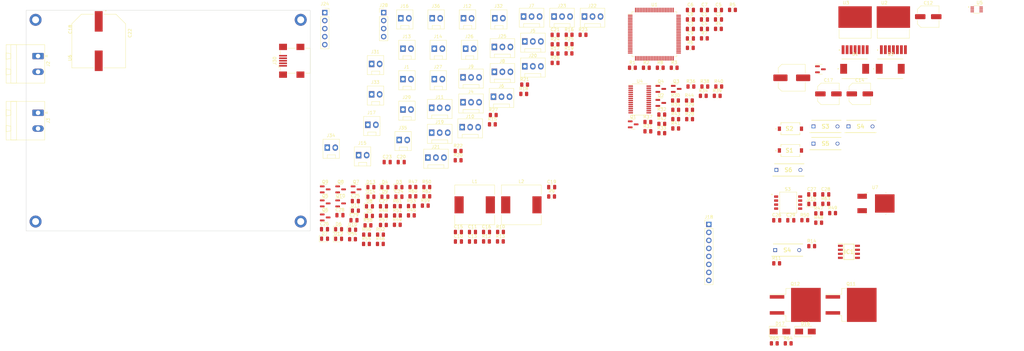
<source format=kicad_pcb>
(kicad_pcb (version 20211014) (generator pcbnew)
  (layers (0 "F.Cu" signal) (31 "B.Cu" signal) (34 "B.Paste" user) (35 "F.Paste" user) (36 "B.SilkS" user "B.Silkscreen") (37 "F.SilkS" user "F.Silkscreen") (38 "B.Mask" user) (39 "F.Mask" user) (44 "Edge.Cuts" user))
  (net 0 "")
  (net 1 "+3V3")
  (net 2 "GND")
  (net 3 "Net-(C9-Pad2)")
  (net 4 "Net-(C10-Pad1)")
  (net 5 "/Puissance/+5V_CB")
  (net 6 "Net-(C11-Pad1)")
  (net 7 "/Puissance/+10V_CB")
  (net 8 "VDD")
  (net 9 "+5V")
  (net 12 "/Servo_PWM/AX12_RX")
  (net 13 "/IHM/BP1")
  (net 14 "/IHM/BP0")
  (net 15 "/IHM/SW1")
  (net 16 "/IHM/SW4")
  (net 17 "/IHM/SW2")
  (net 18 "Net-(D3-Pad1)")
  (net 19 "/IHM/LED0")
  (net 20 "Net-(D4-Pad1)")
  (net 21 "/IHM/LED1")
  (net 22 "Net-(D5-Pad1)")
  (net 23 "Net-(D6-Pad1)")
  (net 24 "/IHM/LED2")
  (net 25 "Net-(D7-Pad1)")
  (net 26 "+15V")
  (net 27 "Net-(D8-Pad1)")
  (net 28 "/IHM/LED3")
  (net 29 "Net-(D9-Pad1)")
  (net 30 "/IHM/LED4")
  (net 31 "Net-(D10-Pad1)")
  (net 32 "Net-(D11-Pad1)")
  (net 33 "/IHM/LED5")
  (net 34 "Net-(D12-Pad1)")
  (net 35 "Net-(D13-Pad1)")
  (net 36 "/IHM/LED6")
  (net 37 "Net-(D14-Pad1)")
  (net 38 "/IHM/LED7")
  (net 39 "/Connecteurs/LED_TOP1")
  (net 40 "Net-(J1-Pad2)")
  (net 41 "/Connecteurs/PWM0")
  (net 42 "/Connecteurs/PWM1")
  (net 43 "/Connecteurs/PWM2")
  (net 44 "/Connecteurs/PWM3")
  (net 45 "/Connecteurs/PWM4")
  (net 46 "/Connecteurs/PWM5")
  (net 47 "/Connecteurs/PWM6")
  (net 48 "/IHM/SW3")
  (net 49 "/Connecteurs/PWM7")
  (net 50 "/Connecteurs/LED_TOP2")
  (net 51 "Net-(J12-Pad2)")
  (net 52 "/Connecteurs/LED_TOP3")
  (net 53 "Net-(J13-Pad2)")
  (net 54 "/Connecteurs/LED_TOP4")
  (net 55 "Net-(J14-Pad2)")
  (net 56 "/Connecteurs/CANL")
  (net 57 "/Connecteurs/CANH")
  (net 58 "/Connecteurs/SICK_1")
  (net 59 "/Connecteurs/SICK_2")
  (net 60 "/Connecteurs/SICK_3")
  (net 61 "/Connecteurs/SICK_4")
  (net 62 "/Connecteurs/START_SW")
  (net 63 "/Connecteurs/MCLR")
  (net 64 "/Connecteurs/PGD")
  (net 65 "/Connecteurs/PGC")
  (net 66 "/IHM/SW0")
  (net 67 "/Connecteurs/AX12_DATA")
  (net 68 "/Connecteurs/SW_TOP1")
  (net 69 "/Connecteurs/SW_TOP2")
  (net 70 "/Connecteurs/UART1_TX")
  (net 71 "/Connecteurs/UART1_RX")
  (net 72 "/Connecteurs/SW_TOP3")
  (net 73 "/Connecteurs/VUSB")
  (net 74 "/Connecteurs/D-")
  (net 75 "/Connecteurs/D+")
  (net 76 "/Connecteurs/ID")
  (net 77 "Net-(J31-Pad1)")
  (net 78 "/Connecteurs/LED_OUT1")
  (net 79 "Net-(J32-Pad1)")
  (net 80 "/Connecteurs/LED_OUT4")
  (net 81 "Net-(J33-Pad1)")
  (net 82 "/Connecteurs/LED_OUT2")
  (net 83 "Net-(J34-Pad1)")
  (net 84 "/Connecteurs/LED_OUT5")
  (net 85 "Net-(J35-Pad1)")
  (net 86 "/Connecteurs/LED_OUT3")
  (net 87 "Net-(J36-Pad1)")
  (net 88 "/Connecteurs/LED_OUT6")
  (net 89 "+10V")
  (net 90 "+5VD")
  (net 91 "Net-(Q1-Pad1)")
  (net 92 "/Servo_PWM/PIC_SICK_1")
  (net 93 "Net-(Q2-Pad1)")
  (net 94 "/Servo_PWM/PIC_SICK_2")
  (net 95 "Net-(Q3-Pad1)")
  (net 96 "/Servo_PWM/PIC_SICK_3")
  (net 97 "Net-(Q4-Pad1)")
  (net 98 "/Servo_PWM/PIC_SICK_4")
  (net 99 "/IHM/CMD_LED_OUT1")
  (net 100 "/IHM/LED_OUT1")
  (net 101 "/IHM/CMD_LED_OUT4")
  (net 102 "/IHM/LED_OUT4")
  (net 103 "/IHM/CMD_LED_OUT2")
  (net 104 "/IHM/LED_OUT2")
  (net 105 "/IHM/CMD_LED_OUT5")
  (net 106 "/IHM/LED_OUT5")
  (net 107 "/IHM/CMD_LED_OUT3")
  (net 108 "/IHM/LED_OUT3")
  (net 109 "/IHM/CMD_LED_OUT6")
  (net 110 "/IHM/LED_OUT6")
  (net 111 "/Intelligence/AX12_RX")
  (net 112 "Net-(R1-Pad2)")
  (net 113 "/Intelligence/AX12_TX")
  (net 114 "Net-(R2-Pad2)")
  (net 115 "/Intelligence/AX12_DIR")
  (net 116 "Net-(R3-Pad2)")
  (net 117 "/Intelligence/START_SW")
  (net 118 "/Intelligence/IN6")
  (net 119 "/Intelligence/IN7")
  (net 120 "Net-(R13-Pad1)")
  (net 121 "Net-(R10-Pad2)")
  (net 122 "/Servo_PWM/SDA")
  (net 123 "/Servo_PWM/SCL")
  (net 124 "/Servo_PWM/SICK_1")
  (net 125 "/Servo_PWM/SICK_2")
  (net 126 "/Servo_PWM/SICK_3")
  (net 127 "/Servo_PWM/AX12_DIR")
  (net 128 "/Servo_PWM/SICK_4")
  (net 129 "/Servo_PWM/AX12_DATA")
  (net 130 "/Servo_PWM/AX12_TX")
  (net 132 "/Intelligence/LED0")
  (net 133 "/Intelligence/LED1")
  (net 134 "/Intelligence/LED2")
  (net 135 "/Intelligence/LED3")
  (net 136 "/Intelligence/LED4")
  (net 137 "/Intelligence/LED5")
  (net 138 "/Intelligence/LED6")
  (net 139 "/Intelligence/LED7")
  (net 140 "/Intelligence/MLCR")
  (net 142 "/Intelligence/BP0")
  (net 143 "/Intelligence/BP1")
  (net 144 "/Intelligence/LED_TOP4")
  (net 145 "/Intelligence/LED_TOP3")
  (net 146 "/Intelligence/LED_TOP2")
  (net 147 "/Intelligence/LED_TOP1")
  (net 148 "/Intelligence/PGC")
  (net 149 "/Intelligence/PGD")
  (net 150 "/Intelligence/SW_TOP1")
  (net 151 "/Intelligence/SW_TOP2")
  (net 152 "/Intelligence/SW_TOP3")
  (net 160 "/Intelligence/PIC_SICK_1")
  (net 161 "/Intelligence/PIC_SICK_2")
  (net 162 "/Intelligence/PIC_SICK_3")
  (net 163 "/Intelligence/PIC_SICK_4")
  (net 164 "/Intelligence/SW1")
  (net 165 "/Intelligence/SW2")
  (net 166 "/Intelligence/SW3")
  (net 167 "Net-(D15-Pad1)")
  (net 168 "/Intelligence/ID")
  (net 169 "/Intelligence/UART1_RX")
  (net 170 "/Intelligence/UART1_TX")
  (net 171 "/Intelligence/VUSB")
  (net 172 "/Intelligence/D+")
  (net 173 "/Intelligence/D-")
  (net 174 "/Intelligence/SCL")
  (net 175 "/Intelligence/SDA")
  (net 189 "/Intelligence/IN0")
  (net 190 "/Intelligence/IN1")
  (net 191 "/Intelligence/IN2")
  (net 192 "/Intelligence/IN3")
  (net 193 "/Intelligence/IN4")
  (net 194 "/Intelligence/IN5")
  (net 196 "/Intelligence/CAN_RXD")
  (net 197 "/Intelligence/CAN_TXD")
  (net 210 "/Servo_PWM/PWM0")
  (net 211 "/Servo_PWM/PWM1")
  (net 212 "/Servo_PWM/PWM2")
  (net 213 "/Servo_PWM/PWM3")
  (net 214 "/Servo_PWM/PWM4")
  (net 215 "/Servo_PWM/PWM5")
  (net 216 "/Servo_PWM/PWM6")
  (net 217 "/Servo_PWM/PWM7")
  (net 218 "/Servo_PWM/CMD_LED_OUT1")
  (net 219 "/Servo_PWM/CMD_LED_OUT2")
  (net 220 "/Servo_PWM/CMD_LED_OUT3")
  (net 221 "/Servo_PWM/CMD_LED_OUT4")
  (net 222 "/Servo_PWM/CMD_LED_OUT5")
  (net 223 "/Servo_PWM/CMD_LED_OUT6")
  (net 226 "/Communication/CAN_TXD")
  (net 227 "/Communication/CAN_RXD")
  (net 228 "/Communication/CANL")
  (net 229 "/Communication/CANH")
  (net 230 "Net-(R11-Pad1)")
  (net 231 "/Intelligence/SW0")
  (net 232 "/Connecteurs/IN0")
  (net 233 "/Connecteurs/IN1")
  (net 234 "/Connecteurs/IN2")
  (net 235 "/Connecteurs/IN3")
  (net 236 "/Connecteurs/IN4")
  (net 237 "/Connecteurs/IN5")
  (net 238 "/Connecteurs/IN6")
  (net 239 "/Connecteurs/IN7")
  (net 240 "Net-(C5-Pad1)")
  (net 241 "Net-(D16-Pad1)")
  (net 242 "Net-(D17-Pad1)")
  (net 243 "/Connecteurs/GND_VDD_RevVolt")
  (net 244 "/Connecteurs/GND_+15V_RevVolt")
  (net 245 "/Puissance/GND_VDD_RevVolt")
  (net 246 "/Puissance/GND_+15V_RevVolt")
  (footprint "Package_TO_SOT_SMD:SOT-23" (layer "F.Cu") (at 199.64 121.25)
    (fp_text reference "Q10")
    (fp_text value "BS170F")
  )
  (footprint "Resistor_SMD:R_0805_2012Metric" (layer "F.Cu") (at 267.58 70.77)
    (fp_text reference "R24")
    (fp_text value "150")
  )
  (footprint "Resistor_SMD:R_0805_2012Metric" (layer "F.Cu") (at 314.88 68.89)
    (fp_text reference "R7")
    (fp_text value "12k")
  )
  (footprint "Resistor_SMD:R_0805_2012Metric" (layer "F.Cu") (at 351.09 124.42)
    (fp_text reference "R47")
    (fp_text value "100k")
  )
  (footprint "Package_QFP:TQFP-100_14x14mm_P0.5mm" (layer "F.Cu") (at 299.05 67.56)
    (fp_text reference "U1")
    (fp_text value "PIC32MX795F512L-80x-PF")
  )
  (footprint "Resistor_SMD:R_0805_2012Metric" (layer "F.Cu") (at 314.54 87.12)
    (fp_text reference "R34")
    (fp_text value "10k")
  )
  (footprint "Resistor_SMD:R_0805_2012Metric" (layer "F.Cu") (at 310.13 88.62)
    (fp_text reference "R44")
    (fp_text value "12k")
  )
  (footprint "Resistor_SMD:R_0805_2012Metric" (layer "F.Cu") (at 341.44 165.65)
    (fp_text reference "R64")
    (fp_text value "R")
  )
  (footprint "Resistor_SMD:R_0805_2012Metric" (layer "F.Cu") (at 217.64 125.08)
    (fp_text reference "R51")
    (fp_text value "680")
  )
  (footprint "Conn_01x02:FanPinHeader_1x02_P2.54mm_Vertical" (layer "F.Cu") (at 219.345 81.76)
    (fp_text reference "J1")
    (fp_text value "Conn_01x02_Male")
  )
  (footprint "Capacitor_SMD:C_Elec_6.3x7.7" (layer "F.Cu") (at 354.17 86.5)
    (fp_text reference "C17")
    (fp_text value "220uF")
  )
  (footprint "Resistor_SMD:R_0805_2012Metric" (layer "F.Cu") (at 310.43 71.9)
    (fp_text reference "R6")
    (fp_text value "12k")
  )
  (footprint "Resistor_SMD:R_0805_2012Metric" (layer "F.Cu") (at 222.53 119)
    (fp_text reference "R60")
    (fp_text value "680")
  )
  (footprint "Resistor_SMD:R_0805_2012Metric" (layer "F.Cu") (at 319.43 84.17)
    (fp_text reference "R40")
    (fp_text value "10k")
  )
  (footprint "MountingHole:MountingHole_2.2mm_M2_ISO14580_Pad" (layer "F.Cu") (at 103 127)
    (fp_text reference "H3" hide)
    (fp_text value "MountingHole_Pad" hide)
  )
  (footprint "LED_SMD:LED_0805_2012Metric" (layer "F.Cu") (at 208.78 122.175)
    (fp_text reference "D8")
    (fp_text value "YELLOW")
  )
  (footprint "Resistor_SMD:R_0805_2012Metric" (layer "F.Cu") (at 266.48 119.06)
    (fp_text reference "R9")
    (fp_text value "1k")
  )
  (footprint "Conn_01x02:FanPinHeader_1x02_P2.54mm_Vertical" (layer "F.Cu") (at 218.665 62.46)
    (fp_text reference "J16")
    (fp_text value "Conn_01x02_Male")
  )
  (footprint "Resistor_SMD:R_0805_2012Metric" (layer "F.Cu") (at 226.94 116.05)
    (fp_text reference "R50")
    (fp_text value "100k")
  )
  (footprint "Resistor_SMD:R_0805_2012Metric" (layer "F.Cu") (at 301.38 93.07)
    (fp_text reference "R32")
    (fp_text value "10k")
  )
  (footprint "Resistor_SMD:R_0805_2012Metric" (layer "F.Cu") (at 248 93.21)
    (fp_text reference "R27")
    (fp_text value "150")
  )
  (footprint "MountingHole:MountingHole_2.2mm_M2_ISO14580_Pad" (layer "F.Cu") (at 103 63)
    (fp_text reference "H1" hide)
    (fp_text value "MountingHole_Pad" hide)
  )
  (footprint "Connector:FanPinHeader_1x03_P2.54mm_Vertical" (layer "F.Cu") (at 257.6 61.96)
    (fp_text reference "J7")
    (fp_text value "Conn_01x03_Male")
  )
  (footprint "Conn_01x02:FanPinHeader_1x02_P2.54mm_Vertical" (layer "F.Cu") (at 195.365 103.5)
    (fp_text reference "J34")
    (fp_text value "Conn_01x02_Male")
  )
  (footprint "LED_SMD:LED_0805_2012Metric" (layer "F.Cu") (at 203.45 129.605)
    (fp_text reference "D10")
    (fp_text value "GREEN")
  )
  (footprint "Conn_01x02:FanPinHeader_1x02_P2.54mm_Vertical" (layer "F.Cu") (at 219.345 91.41)
    (fp_text reference "J29")
    (fp_text value "Conn_01x02_Male")
  )
  (footprint "Inductor_SMD:L_12x12mm_H8mm" (layer "F.Cu") (at 242.12 121.7)
    (fp_text reference "L1")
    (fp_text value "22uH")
  )
  (footprint "Conn_01x02:FanPinHeader_1x02_P2.54mm_Vertical" (layer "F.Cu") (at 218.145 101.06)
    (fp_text reference "J35")
    (fp_text value "Conn_01x02_Male")
  )
  (footprint "Resistor_SMD:R_0805_2012Metric" (layer "F.Cu") (at 272.03 70.71)
    (fp_text reference "R25")
    (fp_text value "150")
  )
  (footprint "Capacitor_SMD:C_0805_2012Metric" (layer "F.Cu") (at 319.35 59.89)
    (fp_text reference "C5")
    (fp_text value "100nF")
  )
  (footprint "LED_SMD:LED_0805_2012Metric" (layer "F.Cu") (at 204.33 123.555)
    (fp_text reference "D11")
    (fp_text value "GREEN")
  )
  (footprint "Connector:FanPinHeader_1x03_P2.54mm_Vertical" (layer "F.Cu") (at 258 77.76)
    (fp_text reference "J20")
    (fp_text value "Conn_01x03_Male")
  )
  (footprint "Connector:FanPinHeader_1x03_P2.54mm_Vertical" (layer "F.Cu") (at 238.42 89.16)
    (fp_text reference "J4")
    (fp_text value "Conn_01x03_Male")
  )
  (footprint "Resistor_SMD:R_0805_2012Metric" (layer "F.Cu") (at 305.31 78.21)
    (fp_text reference "R3")
    (fp_text value "100")
  )
  (footprint "Resistor_SMD:R_0805_2012Metric" (layer "F.Cu") (at 301.38 98.97)
    (fp_text reference "R33")
    (fp_text value "10k")
  )
  (footprint "Capacitor_SMD:C_0805_2012Metric" (layer "F.Cu") (at 213.21 122.16)
    (fp_text reference "C27")
    (fp_text value "100nF")
  )
  (footprint "Resistor_SMD:R_0805_2012Metric" (layer "F.Cu") (at 267.58 73.72)
    (fp_text reference "R17")
    (fp_text value "2k")
  )
  (footprint "Resistor_SMD:R_0805_2012Metric" (layer "F.Cu") (at 323.78 59.86)
    (fp_text reference "R5")
    (fp_text value "12k")
  )
  (footprint "Resistor_SMD:R_0805_2012Metric" (layer "F.Cu") (at 212.23 134.11)
    (fp_text reference "R46")
    (fp_text value "100k")
  )
  (footprint "Package_TO_SOT_SMD:SOT-23" (layer "F.Cu") (at 305.96 84.92)
    (fp_text reference "Q3")
    (fp_text value "BS170F")
  )
  (footprint "Resistor_SMD:R_0805_2012Metric" (layer "F.Cu") (at 222.05 125.05)
    (fp_text reference "R45")
    (fp_text value "100k")
  )
  (footprint "Conn_01x02:FanPinHeader_1x02_P2.54mm_Vertical" (layer "F.Cu") (at 228.595 62.46)
    (fp_text reference "J36")
    (fp_text value "Conn_01x02_Male")
  )
  (footprint "Resistor_SMD:R_0805_2012Metric" (layer "F.Cu") (at 257.65 86.51)
    (fp_text reference "R18")
    (fp_text value "2k")
  )
  (footprint "Capacitor_SMD:C_0805_2012Metric" (layer "F.Cu") (at 203.87 126.58)
    (fp_text reference "C29")
    (fp_text value "100nF")
  )
  (footprint "Resistor_SMD:R_0805_2012Metric" (layer "F.Cu") (at 208.3 128.21)
    (fp_text reference "R58")
    (fp_text value "2k")
  )
  (footprint "Connector_PinHeader_2.54mm:PinHeader_1x04_P2.54mm_Vertical" (layer "F.Cu") (at 213.28 60.71)
    (fp_text reference "J28")
    (fp_text value "Conn_01x04_Male")
  )
  (footprint "Capacitor_SMD:C_0805_2012Metric" (layer "F.Cu") (at 310.45 62.9)
    (fp_text reference "C8")
    (fp_text value "100nF")
  )
  (footprint "Capacitor_SMD:C_0805_2012Metric" (layer "F.Cu") (at 245.86 130.33)
    (fp_text reference "C16")
    (fp_text value "1uF")
  )
  (footprint "Resistor_SMD:R_0805_2012Metric" (layer "F.Cu") (at 292.08 78.21)
    (fp_text reference "R1")
    (fp_text value "100")
  )
  (footprint "Connector:FanPinHeader_1x03_P2.54mm_Vertical" (layer "F.Cu") (at 267.25 61.96)
    (fp_text reference "J23")
    (fp_text value "Conn_01x03_Male")
  )
  (footprint "UserLib:DIP762W60P254L390H705Q2N" (layer "F.Cu") (at 341.125 136.06)
    (fp_text reference "S4")
    (fp_text value "NDS-01-V" hide)
  )
  (footprint "Connector:FanPinHeader_1x03_P2.54mm_Vertical" (layer "F.Cu") (at 238.14 97.06)
    (fp_text reference "J10")
    (fp_text value "Conn_01x03_Male")
  )
  (footprint "Resistor_SMD:R_0805_2012Metric" (layer "F.Cu") (at 247.72 96.16)
    (fp_text reference "R15")
    (fp_text value "2k")
  )
  (footprint "LED_SMD:LED_0805_2012Metric" (layer "F.Cu") (at 209.22 116.095)
    (fp_text reference "D13")
    (fp_text value "RED")
  )
  (footprint "Conn_01x02:FanPinHeader_1x02_P2.54mm_Vertical" (layer "F.Cu") (at 208.215 96.25)
    (fp_text reference "J17")
    (fp_text value "Conn_01x02_Male")
  )
  (footprint "Package_TO_SOT_SMD:SOT-23" (layer "F.Cu") (at 351.64 78.7)
    (fp_text reference "U6")
    (fp_text value "MCP1700-3302E_SOT23")
  )
  (footprint "Conn_01x02:FanPinHeader_1x02_P2.54mm_Vertical" (layer "F.Cu") (at 209.415 86.6)
    (fp_text reference "J33")
    (fp_text value "Conn_01x02_Male")
  )
  (footprint "Resistor_SMD:R_0805_2012Metric" (layer "F.Cu") (at 319.33 65.88)
    (fp_text reference "R4")
    (fp_text value "12k")
  )
  (footprint "Connector:FanPinHeader_1x03_P2.54mm_Vertical" (layer "F.Cu") (at 258 69.86)
    (fp_text reference "J5")
    (fp_text value "Conn_01x03_Male")
  )
  (footprint "Diode_SMD:D_SMA" (layer "F.Cu") (at 338.85 161.9)
    (fp_text reference "D17")
    (fp_text value "D_Zener")
  )
  (footprint "UserLib:SW_DS05-127-2-04BK-SMT-TR" (layer "F.Cu") (at 341.425 120.995)
    (fp_text reference "S3")
    (fp_text value "DS05-127-2-04BK-SMT-TR")
  )
  (footprint "Resistor_SMD:R_0805_2012Metric" (layer "F.Cu") (at 296.49 78.21)
    (fp_text reference "R2")
    (fp_text value "100")
  )
  (footprint "Resistor_SMD:R_0805_2012Metric" (layer "F.Cu") (at 267.58 76.67)
    (fp_text reference "R26")
    (fp_text value "150")
  )
  (footprint "Diode_SMD:D_SMA" (layer "F.Cu") (at 346.9 161.9)
    (fp_text reference "D16")
    (fp_text value "D_Zener")
  )
  (footprint "Resistor_SMD:R_0805_2012Metric" (layer "F.Cu") (at 217.6 128.03)
    (fp_text reference "R49")
    (fp_text value "100k")
  )
  (footprint "Connector:FanPinHeader_1x03_P2.54mm_Vertical" (layer "F.Cu") (at 276.9 61.96)
    (fp_text reference "J22")
    (fp_text value "Conn_01x03_Male")
  )
  (footprint "Capacitor_SMD:C_Elec_6.3x7.7" (layer "F.Cu") (at 364.12 86.5)
    (fp_text reference "C14")
    (fp_text value "220uF")
  )
  (footprint "Resistor_SMD:R_0805_2012Metric" (layer "F.Cu") (at 250.29 130.3)
    (fp_text reference "R10")
    (fp_text value "1k")
  )
  (footprint "Capacitor_SMD:C_0805_2012Metric" (layer "F.Cu") (at 241.41 130.33)
    (fp_text reference "C11")
    (fp_text value "10nF")
  )
  (footprint "Conn_01x02:FanPinHeader_1x02_P2.54mm_Vertical" (layer "F.Cu") (at 248.455 62.46)
    (fp_text reference "J32")
    (fp_text value "Conn_01x02_Male")
  )
  (footprint "UserLib:DIP762W60P254L390H705Q2N" (layer "F.Cu") (at 353.245 102.28)
    (fp_text reference "S5")
    (fp_text value "NDS-01-V" hide)
  )
  (footprint "UserLib:SOP50P310X90-8N" (layer "F.Cu") (at 401.15 59.7)
    (fp_text reference "U5")
    (fp_text value "SN74LVC2G241DCUT")
  )
  (footprint "Capacitor_SMD:C_0805_2012Metric" (layer "F.Cu") (at 199.42 124.98)
    (fp_text reference "C28")
    (fp_text value "100nF")
  )
  (footprint "Capacitor_SMD:C_0805_2012Metric" (layer "F.Cu") (at 337.8 126.6)
    (fp_text reference "C26")
    (fp_text value "100nF")
  )
  (footprint "LED_SMD:LED_0805_2012Metric" (layer "F.Cu") (at 348.9 121.425)
    (fp_text reference "D15")
    (fp_text value "RED")
  )
  (footprint "Package_TO_SOT_SMD:SOT-23" (layer "F.Cu") (at 292.32 96.17)
    (fp_text reference "Q1")
    (fp_text value "BS170F")
  )
  (footprint "Resistor_SMD:R_0805_2012Metric" (layer "F.Cu") (at 272.03 67.76)
    (fp_text reference "R16")
    (fp_text value "2k")
  )
  (footprint "Capacitor_SMD:C_0805_2012Metric" (layer "F.Cu") (at 218.84 108.14)
    (fp_text reference "C20")
    (fp_text value "100nF")
  )
  (footprint "Capacitor_SMD:C_0805_2012Metric" (layer "F.Cu") (at 204.31 120.53)
    (fp_text reference "C25")
    (fp_text value "100nF")
  )
  (footprint "LED_SMD:LED_0805_2012Metric" (layer "F.Cu") (at 209.22 119.135)
    (fp_text reference "D14")
    (fp_text value "YELLOW")
  )
  (footprint "UserLib:DIP762W60P254L390H705Q2N" (layer "F.Cu") (at 353.245 96.83)
    (fp_text reference "S3")
    (fp_text value "NDS-01-V" hide)
  )
  (footprint "Resistor_SMD:R_0805_2012Metric" (layer "F.Cu") (at 310.2 94.52)
    (fp_text reference "R28")
    (fp_text value "12k")
  )
  (footprint "Resistor_SMD:R_0805_2012Metric" (layer "F.Cu") (at 296.97 98.37)
    (fp_text reference "R31")
    (fp_text value "10k")
  )
  (footprint "Package_TO_SOT_SMD:TO-263-2" (layer "F.Cu") (at 343.67 153.45)
    (fp_text reference "Q12")
    (fp_text value "Proposition : RFD12N06RLESM9A")
  )
  (footprint "Capacitor_SMD:C_0805_2012Metric" (layer "F.Cu") (at 353.33 118.4)
    (fp_text reference "C28")
    (fp_text value "100nF")
  )
  (footprint "Resistor_SMD:R_0805_2012Metric" (layer "F.Cu") (at 305.79 94.52)
    (fp_text reference "R43")
    (fp_text value "12k")
  )
  (footprint "UserLib:KSR224GLFG" (layer "F.Cu") (at 342.145 104.455)
    (fp_text reference "S1")
    (fp_text value "KSR224G_LFG" hide)
  )
  (footprint "Resistor_SMD:R_0805_2012Metric" (layer "F.Cu") (at 245.84 133.31)
    (fp_text reference "R12")
    (fp_text value "7.32k")
  )
  (footprint "LED_SMD:LED_0805_2012Metric" (layer "F.Cu") (at 208.78 125.215)
    (fp_text reference "D5")
    (fp_text value "RED")
  )
  (footprint "Resistor_SMD:R_0805_2012Metric" (layer "F.Cu") (at 351.09 127.37)
    (fp_text reference "R48")
    (fp_text value "100k")
  )
  (footprint "Capacitor_SMD:C_0805_2012Metric" (layer "F.Cu") (at 314.9 65.91)
    (fp_text reference "C4")
    (fp_text value "100nF")
  )
  (footprint "Resistor_SMD:R_0805_2012Metric" (layer "F.Cu") (at 305.79 91.57)
    (fp_text reference "R35")
    (fp_text value "10k")
  )
  (footprint "Conn_01x02:FanPinHeader_1x02_P2.54mm_Vertical" (layer "F.Cu") (at 229.275 72.11)
    (fp_text reference "J14")
    (fp_text value "Conn_01x02_Male")
  )
  (footprint "Resistor_SMD:R_0805_2012Metric" (layer "F.Cu") (at 348.88 134.81)
    (fp_text reference "R14")
    (fp_text value "0")
  )
  (footprint "Resistor_SMD:R_0805_2012Metric" (layer "F.Cu") (at 318.95 87.12)
    (fp_text reference "R39")
    (fp_text value "10k")
  )
  (footprint "Resistor_SMD:R_0805_2012Metric" (layer "F.Cu") (at 207.86 131.16)
    (fp_text reference "R56")
    (fp_text value "33")
  )
  (footprint "Package_TO_SOT_SMD:SOT-23" (layer "F.Cu") (at 301.07 89.37)
    (fp_text reference "Q2")
    (fp_text value "BS170F")
  )
  (footprint "Connector:FanPinHeader_1x03_P2.54mm_Vertical" (layer "F.Cu") (at 228.49 90.91)
    (fp_text reference "J11")
    (fp_text value "Conn_01x03_Male")
  )
  (footprint "LED_SMD:LED_0805_2012Metric" (layer "F.Cu") (at 213.67 116.095)
    (fp_text reference "D4")
    (fp_text value "GREEN")
  )
  (footprint "UserLib:DIP762W60P254L390H705Q2N" (layer "F.Cu") (at 341.495 110.63)
    (fp_text reference "S6")
    (fp_text value "NDS-01-V" hide)
  )
  (footprint "Capacitor_SMD:C_0805_2012Metric" (layer "F.Cu") (at 266.5 116.08)
    (fp_text reference "C19")
    (fp_text value "1uF")
  )
  (footprint "Capacitor_SMD:C_0805_2012Metric" (layer "F.Cu") (at 267.6 67.79)
    (fp_text reference "C21")
    (fp_text value "100nF")
  )
  (footprint "MountingHole:MountingHole_2.2mm_M2_ISO14580_Pad" (layer "F.Cu") (at 187 127)
    (fp_text reference "H4" hide)
    (fp_text value "MountingHole_Pad" hide)
  )
  (footprint "Package_TO_SOT_SMD:SOT-23" (layer "F.Cu") (at 301.07 84.92)
    (fp_text reference "Q4")
    (fp_text value "BS170F")
  )
  (footprint "Conn_01x02:FanPinHeader_1x02_P2.54mm_Vertical" (layer "F.Cu") (at 229.275 81.76)
    (fp_text reference "J27")
    (fp_text value "Conn_01x02_Male")
  )
  (footprint "LED_SMD:LED_0805_2012Metric" (layer "F.Cu") (at 213.67 119.135)
    (fp_text reference "D9")
    (fp_text value "BLUE")
  )
  (footprint "Connector_PinHeader_2.54mm:PinHeader_1x08_P2.54mm_Vertical" (layer "F.Cu") (at 316.3 127.9)
    (fp_text reference "J18")
    (fp_text value "Conn_01x08_Male")
  )
  (footprint "Resistor_SMD:R_0805_2012Metric" (layer "F.Cu") (at 226.46 121.95)
    (fp_text reference "R59")
    (fp_text value "2k")
  )
  (footprint "Resistor_SMD:R_0805_2012Metric" (layer "F.Cu") (at 250.25 133.31)
    (fp_text reference "R13")
    (fp_text value "3.16k")
  )
  (footprint "UserLib:SOIC127P600X175-8N" (layer "F.Cu") (at 360.675 136.61)
    (fp_text reference "IC1")
    (fp_text value "TLE6250GV33" hide)
  )
  (footprint "Connector:FanPinHeader_1x03_P2.54mm_Vertical" (layer "F.Cu") (at 248.07 87.41)
    (fp_text reference "J6")
    (fp_text value "Conn_01x03_Male")
  )
  (footprint "Conn_01x02:FanPinHeader_1x02_P2.54mm_Vertical" (layer "F.Cu") (at 205.295 105.9)
    (fp_text reference "J15")
    (fp_text value "Conn_01x02_Male")
  )
  (footprint "Resistor_SMD:R_0805_2012Metric" (layer "F.Cu") (at 305.72 88.62)
    (fp_text reference "R30")
    (fp_text value "10k")
  )
  (footprint "Resistor_SMD:R_0805_2012Metric" (layer "F.Cu") (at 257.93 83.56)
    (fp_text reference "R21")
    (fp_text value "100k")
  )
  (footprint "Connector_PinSocket_2.54mm:PinSocket_1x05_P2.54mm_Vertical" (layer "F.Cu") (at 194.63 60.71)
    (fp_text reference "J24")
    (fp_text value "Conn_01x05_Male")
  )
  (footprint "Resistor_SMD:R_0805_2012Metric" (layer "F.Cu") (at 222.05 122.1)
    (fp_text reference "R53")
    (fp_text value "1200")
  )
  (footprint "Connector_Phoenix_MSTB:PhoenixContact_MSTBA_2,5_2-G_1x02_P5.00mm_Horizontal" (layer "F.Cu") (at 103.7775 74.5 -90)
    (fp_text reference "J2")
    (fp_text value "Conn_01x02_Male")
  )
  (footprint "Capacitor_SMD:C_0805_2012Metric" (layer "F.Cu") (at 319.35 62.9)
    (fp_text reference "C2")
    (fp_text value "100nF")
  )
  (footprint "Resistor_SMD:R_0805_2012Metric" (layer "F.Cu") (at 301.38 96.02)
    (fp_text reference "R42")
    (fp_text value "10k")
  )
  (footprint "Capacitor_SMD:C_0805_2012Metric" (layer "F.Cu") (at 314.9 62.9)
    (fp_text reference "C1")
    (fp_text value "100nF")
  )
  (footprint "Resistor_SMD:R_0805_2012Metric" (layer "F.Cu") (at 353.31 121.38)
    (fp_text reference "R63")
    (fp_text value "2k")
  )
  (footprint "Capacitor_SMD:C_0805_2012Metric" (layer "F.Cu") (at 214.39 108.14)
    (fp_text reference "C23")
    (fp_text value "100nF")
  )
  (footprint "UserLib:TO127P1435X464-8N" (layer "F.Cu") (at 374.76 66.29)
    (fp_text reference "U2")
    (fp_text value "LM2678S-ADJ/NOPB")
  )
  (footprint "Capacitor_SMD:C_0805_2012Metric" (layer "F.Cu") (at 241.41 133.34)
    (fp_text reference "C13")
    (fp_text value "1uF")
  )
  (footprint "Conn_01x02:FanPinHeader_1x02_P2.54mm_Vertical" (layer "F.Cu") (at 239.205 72.11)
    (fp_text reference "J26")
    (fp_text value "Conn_01x02_Male")
  )
  (footprint "UserLib:DIOM7959X262N" (layer "F.Cu") (at 362.485 78.54)
    (fp_text reference "D1")
    (fp_text value "SL44-E3/57T")
  )
  (footprint "Resistor_SMD:R_0805_2012Metric" (layer "F.Cu") (at 207.82 134.11)
    (fp_text reference "R55")
    (fp_text value "1200")
  )
  (footprint "Resistor_SMD:R_0805_2012Metric" (layer "F.Cu") (at 337.78 140.26)
    (fp_text reference "R11")
    (fp_text value "120")
  )
  (footprint "Resistor_SMD:R_0805_2012Metric" (layer "F.Cu") (at 236.87 107.56)
    (fp_text reference "R20")
    (fp_text value "100k")
  )
  (footprint "Capacitor_SMD:C_Elec_8x10.2" (layer "F.Cu") (at 342.57 81.4)
    (fp_text reference "C18")
    (fp_text value "1000uF")
  )
  (footprint "Resistor_SMD:R_0805_2012Metric" (layer "F.Cu") (at 337.03 165.65)
    (fp_text reference "R65")
    (fp_text value "R")
  )
  (footprint "Resistor_SMD:R_0805_2012Metric" (layer "F.Cu") (at 236.87 104.61)
    (fp_text reference "R22")
    (fp_text value "150")
  )
  (footprint "Resistor_SMD:R_0805_2012Metric" (layer "F.Cu") (at 310.2 91.57)
    (fp_text reference "R29")
    (fp_text value "12k")
  )
  (footprint "Capacitor_SMD:C_0805_2012Metric" (layer "F.Cu") (at 310.45 59.89)
    (fp_text reference "C6")
    (fp_text value "100nF")
  )
  (footprint "UserLib:DIP762W60P254L390H705Q2N" (layer "F.Cu") (at 364.345 96.83)
    (fp_text reference "S4")
    (fp_text value "NDS-01-V" hide)
  )
  (footprint "Conn_01x02:FanPinHeader_1x02_P2.54mm_Vertical" (layer "F.Cu") (at 219.345 72.11)
    (fp_text reference "J13")
    (fp_text value "Conn_01x02_Male")
  )
  (footprint "Package_TO_SOT_SMD:SOT-23" (layer "F.Cu") (at 194.75 125.7)
    (fp_text reference "Q6")
    (fp_text value "BS170F")
  )
  (footprint "MountingHole:MountingHole_2.2mm_M2_ISO14580_Pad" (layer "F.Cu") (at 187 63)
    (fp_text reference "H2" hide)
    (fp_text value "MountingHole_Pad" hide)
  )
  (footprint "Package_TO_SOT_SMD:SOT-23" (layer "F.Cu") (at 204.53 116.8)
    (fp_text reference "Q7")
    (fp_text value "BS170F")
  )
  (footprint "Capacitor_SMD:C_0805_2012Metric" (layer "F.Cu") (at 218.1 119.12)
    (fp_text reference "C24")
    (fp_text value "100nF")
  )
  (footprint "Capacitor_SMD:C_0805_2012Metric" (layer "F.Cu") (at 194.53 129.43)
    (fp_text reference "C26")
    (fp_text value "100nF")
  )
  (footprint "Resistor_SMD:R_0805_2012Metric" (layer "F.Cu") (at 296.97 95.42)
    (fp_text reference "R37")
    (fp_text value "10k")
  )
  (footprint "Capacitor_SMD:C_0805_2012Metric" (layer "F.Cu") (at 310.45 68.92)
    (fp_text reference "C9")
    (fp_text value "10uF")
  )
  (footprint "Capacitor_SMD:C_0805_2012Metric" (layer "F.Cu") (at 348.88 118.4)
    (fp_text reference "C27")
    (fp_text value "100nF")
  )
  (footprint "Resistor_SMD:R_0805_2012Metric" (layer "F.Cu") (at 300.9 78.21)
    (fp_text reference "R8")
    (fp_text value "12k")
  )
  (footprint "Package_SO:TSSOP-28_4.4x9.7mm_P0.65mm" (layer "F.Cu") (at 294.4 88.275)
    (fp_text reference "U4")
    (fp_text value "PCA9685PW")
  )
  (footprint "Package_TO_SOT_SMD:TO-263-2" (layer "F.Cu") (at 361.36 153.45)
    (fp_text reference "Q11")
    (fp_text value "Proposition : RFD12N06RLESM9A")
  )
  (footprint "Connector:FanPinHeader_1x03_P2.54mm_Vertical" (layer "F.Cu") (at 228.49 98.81)
    (fp_text reference "J19")
    (fp_text value "Conn_01x03_Male")
  )
  (footprint "Package_TO_SOT_SMD:SOT-23" (layer "F.Cu") (at 194.75 116.8)
    (fp_text reference "Q9")
    (fp_text value "BS170F")
  )
  (footprint "Capacitor_SMD:C_0805_2012Metric" (layer "F.Cu") (at 342.25 126.6)
    (fp_text reference "C29")
    (fp_text value "100nF")
  )
  (footprint "Capacitor_SMD:C_0805_2012Metric" (layer "F.Cu") (at 236.96 130.33)
    (fp_text reference "C15")
    (fp_text value "1uF")
  )
  (footprint "Resistor_SMD:R_0805_2012Metric" (layer "F.Cu") (at 276.44 67.76)
    (fp_text reference "R23")
    (fp_text value "150")
  )
  (footprint "Connector:FanPinHeader_1x03_P2.54mm_Vertical" (layer "F.Cu") (at 248.35 71.61)
    (fp_text reference "J25")
    (fp_text value "Conn_01x03_Male")
  )
  (footprint "UserLib:KSR224GLFG" (layer "F.Cu") (at 342.145 97.555)
    (fp_text reference "S2")
    (fp_text value "KSR224G_LFG" hide)
  )
  (footprint "Resistor_SMD:R_0805_2012Metric" (layer "F.Cu") (at 346.68 126.57)
    (fp_text reference "R50")
    (fp_text value "100k")
  )
  (footprint "Resistor_SMD:R_0805_2012Metric" (layer "F.Cu") (at 305.79 97.47)
    (fp_text reference "R41")
    (fp_text value "10k")
  )
  (footprint "Connector_USB:USB_Mini-B_Wuerth_65100516121_Horizontal" (layer "F.Cu") (at 184 76 90)
    (fp_text reference "J30")
    (fp_text value "USB_B_Mini")
  )
  (footprint "Resistor_SMD:R_0805_2012Metric" (layer "F.Cu") (at 217.64 122.13)
    (fp_text reference "R61")
    (fp_text value "820")
  )
  (footprint "Package_TO_SOT_SMD:SOT-23" (layer "F.Cu") (at 199.64 116.8)
    (fp_text reference "Q8")
    (fp_text value "BS170F")
  )
  (footprint "Resistor_SMD:R_0805_2012Metric" (layer "F.Cu") (at 271.99 73.66)
    (fp_text reference "R19")
    (fp_text value "100k")
  )
  (footprint "Capacitor_SMD:C_Elec_6.3x7.7" (layer "F.Cu") (at 385.8 62)
    (fp_text reference "C12")
    (fp_text value "220uF")
  )
  (footprint "Capacitor_SMD:C_0805_2012Metric" (layer "F.Cu") (at 236.96 133.34)
    (fp_text reference "C10")
    (fp_text value "10nF")
  )
  (footprint "Resistor_SMD:R_0805_2012Metric" (layer "F.Cu") (at 310.61 84.17)
    (fp_text reference "R36")
    (fp_text value "10k")
  )
  (footprint "Connector:FanPinHeader_1x03_P2.54mm_Vertical" (layer "F.Cu") (at 248.35 79.51)
    (fp_text reference "J8")
    (fp_text value "Conn_01x03_Male")
  )
  (footprint "Connector:FanPinHeader_1x03_P2.54mm_Vertical" (layer "F.Cu") (at 238.42 81.26)
    (fp_text reference "J9")
    (fp_text value "Conn_01x03_Male")
  )
  (footprint "Connector:FanPinHeader_1x03_P2.54mm_Vertical" (layer "F.Cu") (at 227.29 106.71)
    (fp_text reference "J21")
    (fp_text value "Conn_01x03_Male")
  )
  (footprint "Resistor_SMD:R_0805_2012Metric" (layer "F.Cu") (at 222.53 116.05)
    (fp_text reference "R47")
    (fp_text value "100k")
  )
  (footprint "Conn_01x02:FanPinHeader_1x02_P2.54mm_Vertical" (layer "F.Cu") (at 209.415 76.95)
    (fp_text reference "J31")
    (fp_text value "Conn_01x02_Male")
  )
  (footprint "UserLib:DIOM7959X262N" (layer "F.Cu") (at 373.755 78.54)
    (fp_text reference "D2")
    (fp_text value "SL44-E3/57T")
  )
  (footprint "Resistor_SMD:R_0805_2012Metric" (layer "F.Cu") (at 226.94 119)
    (fp_text reference "R62")
    (fp_text value "33")
  )
  (footprint "Capacitor_SMD:C_0805_2012Metric" (layer "F.Cu") (at 310.45 65.91)
    (fp_text reference "C3")
    (fp_text value "100nF")
  )
  (footprint "Connector_Phoenix_MSTB:PhoenixContact_MSTBA_2,5_2-G_1x02_P5.00mm_Horizontal" (layer "F.Cu") (at 103.7775 92.5 -90)
    (fp_text reference "J3")
    (fp_text value "Conn_01x02_Male")
  )
  (footprint "Resistor_SMD:R_0805_2012Metric" (layer "F.Cu") (at 212.27 131.16)
    (fp_text reference "R52")
    (fp_text value "2k")
  )
  (footprint "Inductor_SMD:L_12x12mm_H8mm" (layer "F.Cu") (at 256.89 121.7)
    (fp_text reference "L2")
    (fp_text value "22uH")
  )
  (footprint "UserLib:CAP_EEEFK1E272SM" (layer "F.Cu") (at 123 69.75 -90)
    (fp_text reference "C22")
    (fp_text value "EEEFK1E272SM /*2700uF*/")
  )
  (footprint "Capacitor_SMD:C_0805_2012Metric" (layer "F.Cu") (at 314.9 59.89)
    (fp_text reference "C7")
    (fp_text value "100nF")
  )
  (footprint "UserLib:TO127P1435X464-8N" (layer "F.Cu") (at 362.63 66.29)
    (fp_text reference "U3")
    (fp_text value "LM2678S-ADJ/NOPB")
  )
  (footprint "Resistor_SMD:R_0805_2012Metric" (layer "F.Cu") (at 315.02 84.17)
    (fp_text reference "R38")
    (fp_text value "12k")
  )
  (footprint "Conn_01x02:FanPinHeader_1x02_P2.54mm_Vertical" (layer "F.Cu") (at 238.525 62.46)
    (fp_text reference "J12")
    (fp_text value "Conn_01x02_Male")
  )
  (footprint "LED_SMD:LED_0805_2012Metric" (layer "F.Cu") (at 199 132.485)
    (fp_text reference "D12")
    (fp_text value "BLUE")
  )
  (footprint "Resistor_SMD:R_0805_2012Metric" (layer "F.Cu") (at 203.41 132.6)
    (fp_text reference "R54")
    (fp_text value "820")
  )
  (footprint "LED_SMD:LED_0805_2012Metric" (layer "F.Cu") (at 199 129.445)
    (fp_text reference "D6")
    (fp_text value "RED")
  )
  (footprint "LED_SMD:LED_0805_2012Metric" (layer "F.Cu") (at 218.12 116.095)
    (fp_text reference "D3")
    (fp_text value "BLUE")
  )
  (footprint "digikey-footprints:TO-252-3" (layer "F.Cu") (at 368.94 121.27)
    (fp_text reference "U7")
    (fp_text value "MC7805BDTRKG")
  )
  (footprint "LED_SMD:LED_0805_2012Metric" (layer "F.Cu") (at 194.55 132.455)
    (fp_text reference "D7")
    (fp_text value "RED")
  )
  (footprint "Resistor_SMD:R_0805_2012Metric" (layer "F.Cu") (at 213.19 128.09)
    (fp_text reference "R57")
    (fp_text value "680")
  )
  (footprint "Resistor_SMD:R_0805_2012Metric" (layer "F.Cu") (at 213.19 125.14)
    (fp_text reference "R48")
    (fp_text value "100k")
  )
  (footprint "Resistor_SMD:R_0805_2012Metric" (layer "F.Cu") (at 355.5 124.33)
    (fp_text reference "R49")
    (fp_text value "100k")
  )
  (footprint "Package_TO_SOT_SMD:SOT-23" (layer "F.Cu") (at 194.75 121.25)
    (fp_text reference "Q5")
    (fp_text value "BS170F")
  )
  (gr_rect (start 100 60) (end 190 130) (layer "Edge.Cuts") (width 0.1) (fill none))
)
</source>
